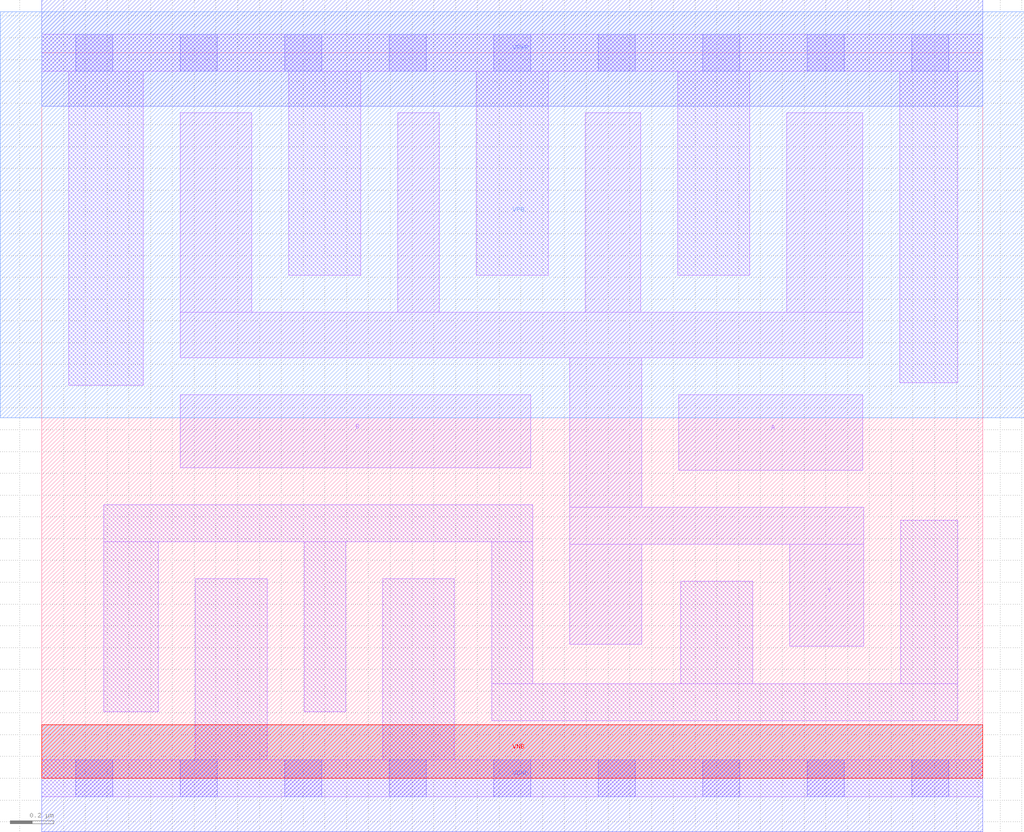
<source format=lef>
# Copyright 2020 The SkyWater PDK Authors
#
# Licensed under the Apache License, Version 2.0 (the "License");
# you may not use this file except in compliance with the License.
# You may obtain a copy of the License at
#
#     https://www.apache.org/licenses/LICENSE-2.0
#
# Unless required by applicable law or agreed to in writing, software
# distributed under the License is distributed on an "AS IS" BASIS,
# WITHOUT WARRANTIES OR CONDITIONS OF ANY KIND, either express or implied.
# See the License for the specific language governing permissions and
# limitations under the License.
#
# SPDX-License-Identifier: Apache-2.0

VERSION 5.7 ;
  NOWIREEXTENSIONATPIN ON ;
  DIVIDERCHAR "/" ;
  BUSBITCHARS "[]" ;
MACRO sky130_fd_sc_lp__nand2_4
  CLASS CORE ;
  FOREIGN sky130_fd_sc_lp__nand2_4 ;
  ORIGIN  0.000000  0.000000 ;
  SIZE  4.320000 BY  3.330000 ;
  SYMMETRY X Y R90 ;
  SITE unit ;
  PIN A
    ANTENNAGATEAREA  1.260000 ;
    DIRECTION INPUT ;
    USE SIGNAL ;
    PORT
      LAYER li1 ;
        RECT 2.925000 1.415000 3.770000 1.760000 ;
    END
  END A
  PIN B
    ANTENNAGATEAREA  1.260000 ;
    DIRECTION INPUT ;
    USE SIGNAL ;
    PORT
      LAYER li1 ;
        RECT 0.635000 1.425000 2.245000 1.760000 ;
    END
  END B
  PIN Y
    ANTENNADIFFAREA  1.881600 ;
    DIRECTION OUTPUT ;
    USE SIGNAL ;
    PORT
      LAYER li1 ;
        RECT 0.635000 1.930000 3.770000 2.140000 ;
        RECT 0.635000 2.140000 0.965000 3.055000 ;
        RECT 1.635000 2.140000 1.825000 3.055000 ;
        RECT 2.425000 0.615000 2.755000 1.075000 ;
        RECT 2.425000 1.075000 3.775000 1.245000 ;
        RECT 2.425000 1.245000 2.755000 1.930000 ;
        RECT 2.495000 2.140000 2.750000 3.055000 ;
        RECT 3.420000 2.140000 3.770000 3.055000 ;
        RECT 3.435000 0.605000 3.775000 1.075000 ;
    END
  END Y
  PIN VGND
    DIRECTION INOUT ;
    USE GROUND ;
    PORT
      LAYER met1 ;
        RECT 0.000000 -0.245000 4.320000 0.245000 ;
    END
  END VGND
  PIN VNB
    DIRECTION INOUT ;
    USE GROUND ;
    PORT
      LAYER pwell ;
        RECT 0.000000 0.000000 4.320000 0.245000 ;
    END
  END VNB
  PIN VPB
    DIRECTION INOUT ;
    USE POWER ;
    PORT
      LAYER nwell ;
        RECT -0.190000 1.655000 4.510000 3.520000 ;
    END
  END VPB
  PIN VPWR
    DIRECTION INOUT ;
    USE POWER ;
    PORT
      LAYER met1 ;
        RECT 0.000000 3.085000 4.320000 3.575000 ;
    END
  END VPWR
  OBS
    LAYER li1 ;
      RECT 0.000000 -0.085000 4.320000 0.085000 ;
      RECT 0.000000  3.245000 4.320000 3.415000 ;
      RECT 0.125000  1.805000 0.465000 3.245000 ;
      RECT 0.285000  0.305000 0.535000 1.085000 ;
      RECT 0.285000  1.085000 2.255000 1.255000 ;
      RECT 0.705000  0.085000 1.035000 0.915000 ;
      RECT 1.135000  2.310000 1.465000 3.245000 ;
      RECT 1.205000  0.305000 1.395000 1.085000 ;
      RECT 1.565000  0.085000 1.895000 0.915000 ;
      RECT 1.995000  2.310000 2.325000 3.245000 ;
      RECT 2.065000  0.265000 4.205000 0.435000 ;
      RECT 2.065000  0.435000 2.255000 1.085000 ;
      RECT 2.920000  2.310000 3.250000 3.245000 ;
      RECT 2.935000  0.435000 3.265000 0.905000 ;
      RECT 3.940000  1.815000 4.205000 3.245000 ;
      RECT 3.945000  0.435000 4.205000 1.185000 ;
    LAYER mcon ;
      RECT 0.155000 -0.085000 0.325000 0.085000 ;
      RECT 0.155000  3.245000 0.325000 3.415000 ;
      RECT 0.635000 -0.085000 0.805000 0.085000 ;
      RECT 0.635000  3.245000 0.805000 3.415000 ;
      RECT 1.115000 -0.085000 1.285000 0.085000 ;
      RECT 1.115000  3.245000 1.285000 3.415000 ;
      RECT 1.595000 -0.085000 1.765000 0.085000 ;
      RECT 1.595000  3.245000 1.765000 3.415000 ;
      RECT 2.075000 -0.085000 2.245000 0.085000 ;
      RECT 2.075000  3.245000 2.245000 3.415000 ;
      RECT 2.555000 -0.085000 2.725000 0.085000 ;
      RECT 2.555000  3.245000 2.725000 3.415000 ;
      RECT 3.035000 -0.085000 3.205000 0.085000 ;
      RECT 3.035000  3.245000 3.205000 3.415000 ;
      RECT 3.515000 -0.085000 3.685000 0.085000 ;
      RECT 3.515000  3.245000 3.685000 3.415000 ;
      RECT 3.995000 -0.085000 4.165000 0.085000 ;
      RECT 3.995000  3.245000 4.165000 3.415000 ;
  END
END sky130_fd_sc_lp__nand2_4
END LIBRARY

</source>
